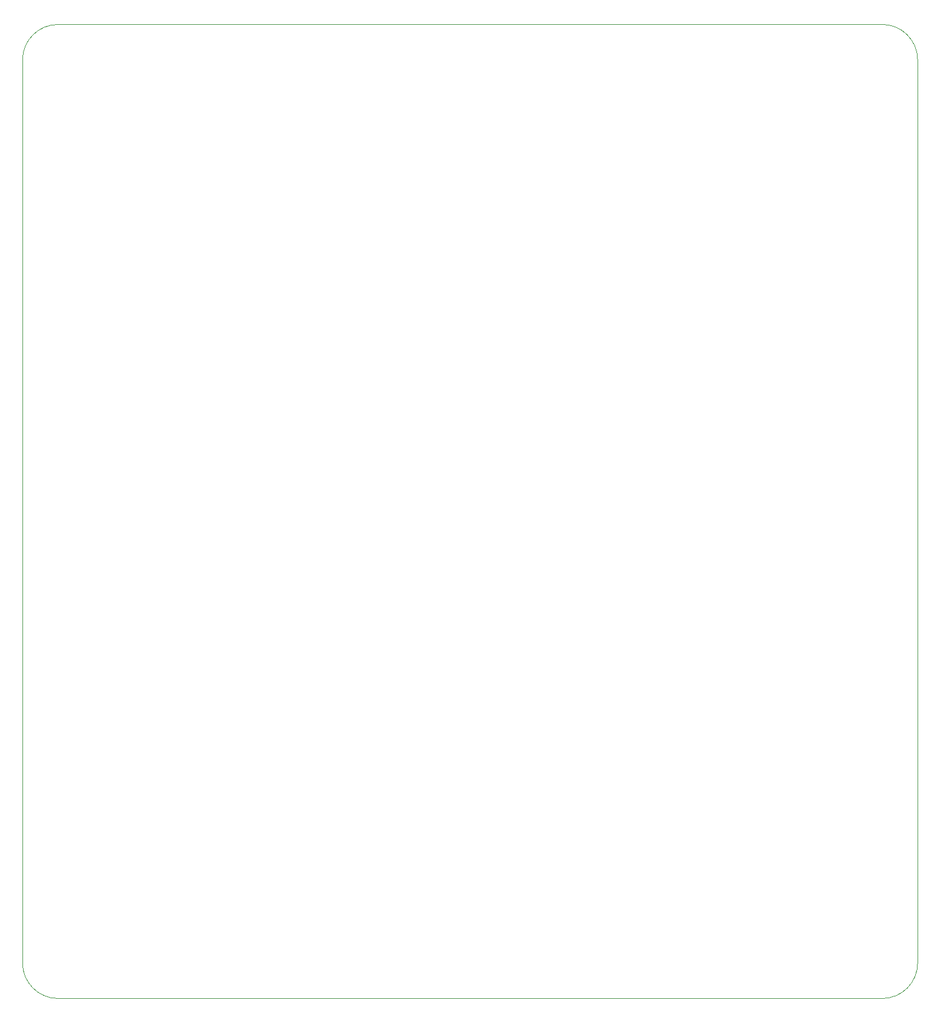
<source format=gbr>
%TF.GenerationSoftware,KiCad,Pcbnew,8.0.6*%
%TF.CreationDate,2025-05-15T16:07:21-04:00*%
%TF.ProjectId,2 - COLD_TPC_P25M5,32202d20-434f-44c4-945f-5450435f5032,rev?*%
%TF.SameCoordinates,Original*%
%TF.FileFunction,Profile,NP*%
%FSLAX46Y46*%
G04 Gerber Fmt 4.6, Leading zero omitted, Abs format (unit mm)*
G04 Created by KiCad (PCBNEW 8.0.6) date 2025-05-15 16:07:21*
%MOMM*%
%LPD*%
G01*
G04 APERTURE LIST*
%TA.AperFunction,Profile*%
%ADD10C,0.050000*%
%TD*%
G04 APERTURE END LIST*
D10*
X132080000Y-187960000D02*
G75*
G02*
X127000000Y-182880000I0J5080000D01*
G01*
X127000000Y-167640000D02*
X127000000Y-53340000D01*
X127000001Y-53340000D02*
G75*
G02*
X132080000Y-48260001I5079999J0D01*
G01*
X250190000Y-187960000D02*
X132080000Y-187960000D01*
X127000000Y-182880000D02*
X127000000Y-167640000D01*
X250190000Y-48260000D02*
G75*
G02*
X255270000Y-53340000I0J-5080000D01*
G01*
X255270000Y-53340000D02*
X255270000Y-182880000D01*
X132080000Y-48260000D02*
X250190000Y-48260000D01*
X255270000Y-182880000D02*
G75*
G02*
X250190000Y-187960000I-5080000J0D01*
G01*
M02*

</source>
